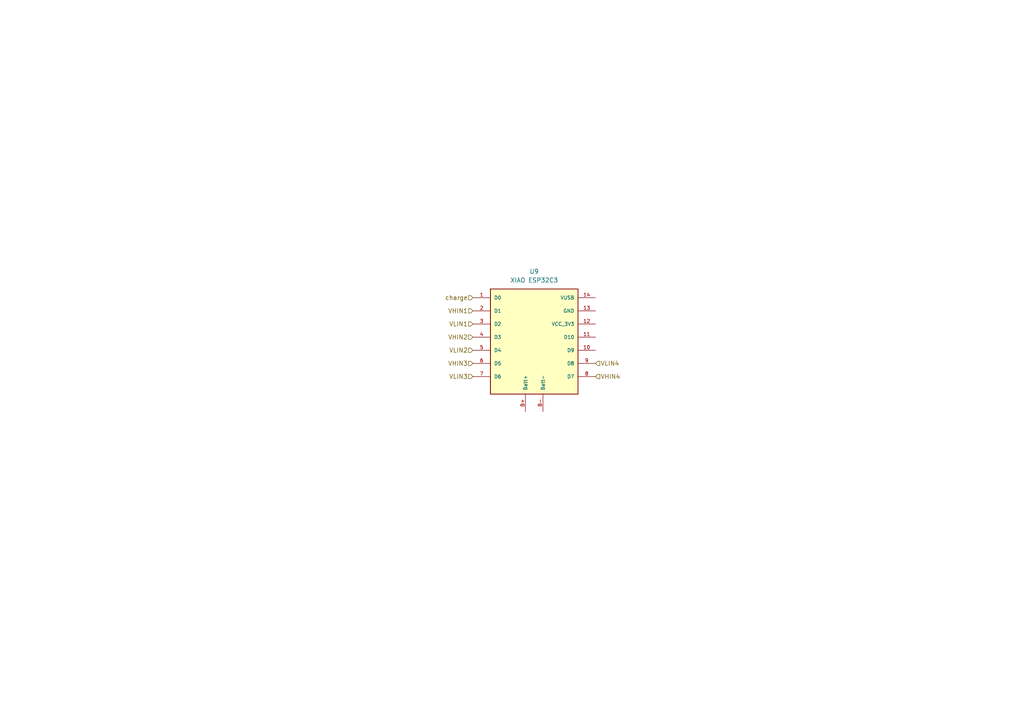
<source format=kicad_sch>
(kicad_sch
	(version 20231120)
	(generator "eeschema")
	(generator_version "8.0")
	(uuid "62f799d1-353a-4437-a4f3-c43eee53acb2")
	(paper "A4")
	(lib_symbols
		(symbol "xiao_esp32c3:XIAO ESP32C3"
			(pin_names
				(offset 1.016)
			)
			(exclude_from_sim no)
			(in_bom yes)
			(on_board yes)
			(property "Reference" "U"
				(at -12.7 16.002 0)
				(effects
					(font
						(size 1.27 1.27)
					)
					(justify left bottom)
				)
			)
			(property "Value" "XIAO ESP32C3"
				(at 7.62 -19.05 0)
				(effects
					(font
						(size 1.27 1.27)
					)
					(justify left bottom)
				)
			)
			(property "Footprint" "XIAO_ESP32C3:xiao_esp32c3"
				(at 1.27 21.59 0)
				(effects
					(font
						(size 1.27 1.27)
					)
					(justify bottom)
					(hide yes)
				)
			)
			(property "Datasheet" "https://files.seeedstudio.com/wiki/Seeed-Studio-XIAO-ESP32/esp32-c3_datasheet.pdf"
				(at 0 -31.75 0)
				(effects
					(font
						(size 1.27 1.27)
					)
					(hide yes)
				)
			)
			(property "Description" "ESP32C3 Transceiver Evaluation Board"
				(at 1.27 19.05 0)
				(effects
					(font
						(size 1.27 1.27)
					)
					(justify bottom)
					(hide yes)
				)
			)
			(property "MANUFACTURER" "Seeed Technology"
				(at 1.27 24.13 0)
				(effects
					(font
						(size 1.27 1.27)
					)
					(justify bottom)
					(hide yes)
				)
			)
			(property "ki_keywords" "ESP32 C3 XIAO"
				(at 0 0 0)
				(effects
					(font
						(size 1.27 1.27)
					)
					(hide yes)
				)
			)
			(symbol "XIAO ESP32C3_0_0"
				(rectangle
					(start -12.7 15.24)
					(end 12.7 -15.24)
					(stroke
						(width 0.254)
						(type default)
					)
					(fill
						(type background)
					)
				)
				(pin bidirectional line
					(at -17.78 12.7 0)
					(length 5.08)
					(name "D0"
						(effects
							(font
								(size 1.016 1.016)
							)
						)
					)
					(number "1"
						(effects
							(font
								(size 1.016 1.016)
							)
						)
					)
				)
				(pin bidirectional line
					(at 17.78 -2.54 180)
					(length 5.08)
					(name "D9"
						(effects
							(font
								(size 1.016 1.016)
							)
						)
					)
					(number "10"
						(effects
							(font
								(size 1.016 1.016)
							)
						)
					)
				)
				(pin bidirectional line
					(at 17.78 1.27 180)
					(length 5.08)
					(name "D10"
						(effects
							(font
								(size 1.016 1.016)
							)
						)
					)
					(number "11"
						(effects
							(font
								(size 1.016 1.016)
							)
						)
					)
				)
				(pin power_in line
					(at 17.78 5.08 180)
					(length 5.08)
					(name "VCC_3V3"
						(effects
							(font
								(size 1.016 1.016)
							)
						)
					)
					(number "12"
						(effects
							(font
								(size 1.016 1.016)
							)
						)
					)
				)
				(pin power_in line
					(at 17.78 8.89 180)
					(length 5.08)
					(name "GND"
						(effects
							(font
								(size 1.016 1.016)
							)
						)
					)
					(number "13"
						(effects
							(font
								(size 1.016 1.016)
							)
						)
					)
				)
				(pin power_in line
					(at 17.78 12.7 180)
					(length 5.08)
					(name "VUSB"
						(effects
							(font
								(size 1.016 1.016)
							)
						)
					)
					(number "14"
						(effects
							(font
								(size 1.016 1.016)
							)
						)
					)
				)
				(pin bidirectional line
					(at -17.78 8.89 0)
					(length 5.08)
					(name "D1"
						(effects
							(font
								(size 1.016 1.016)
							)
						)
					)
					(number "2"
						(effects
							(font
								(size 1.016 1.016)
							)
						)
					)
				)
				(pin bidirectional line
					(at -17.78 5.08 0)
					(length 5.08)
					(name "D2"
						(effects
							(font
								(size 1.016 1.016)
							)
						)
					)
					(number "3"
						(effects
							(font
								(size 1.016 1.016)
							)
						)
					)
				)
				(pin bidirectional line
					(at -17.78 1.27 0)
					(length 5.08)
					(name "D3"
						(effects
							(font
								(size 1.016 1.016)
							)
						)
					)
					(number "4"
						(effects
							(font
								(size 1.016 1.016)
							)
						)
					)
				)
				(pin bidirectional line
					(at -17.78 -2.54 0)
					(length 5.08)
					(name "D4"
						(effects
							(font
								(size 1.016 1.016)
							)
						)
					)
					(number "5"
						(effects
							(font
								(size 1.016 1.016)
							)
						)
					)
				)
				(pin bidirectional line
					(at -17.78 -6.35 0)
					(length 5.08)
					(name "D5"
						(effects
							(font
								(size 1.016 1.016)
							)
						)
					)
					(number "6"
						(effects
							(font
								(size 1.016 1.016)
							)
						)
					)
				)
				(pin bidirectional line
					(at 17.78 -6.35 180)
					(length 5.08)
					(name "D8"
						(effects
							(font
								(size 1.016 1.016)
							)
						)
					)
					(number "9"
						(effects
							(font
								(size 1.016 1.016)
							)
						)
					)
				)
			)
			(symbol "XIAO ESP32C3_1_0"
				(pin bidirectional line
					(at -17.78 -10.16 0)
					(length 5.08)
					(name "D6"
						(effects
							(font
								(size 1.016 1.016)
							)
						)
					)
					(number "7"
						(effects
							(font
								(size 1.016 1.016)
							)
						)
					)
				)
				(pin bidirectional line
					(at 17.78 -10.16 180)
					(length 5.08)
					(name "D7"
						(effects
							(font
								(size 1.016 1.016)
							)
						)
					)
					(number "8"
						(effects
							(font
								(size 1.016 1.016)
							)
						)
					)
				)
				(pin power_in line
					(at -2.54 -20.32 90)
					(length 5.08)
					(name "Batt+"
						(effects
							(font
								(size 1.016 1.016)
							)
						)
					)
					(number "B+"
						(effects
							(font
								(size 1.016 1.016)
							)
						)
					)
				)
				(pin power_in line
					(at 2.54 -20.32 90)
					(length 5.08)
					(name "Batt-"
						(effects
							(font
								(size 1.016 1.016)
							)
						)
					)
					(number "B-"
						(effects
							(font
								(size 1.016 1.016)
							)
						)
					)
				)
			)
		)
	)
	(hierarchical_label "VHIN3"
		(shape input)
		(at 137.16 105.41 180)
		(fields_autoplaced yes)
		(effects
			(font
				(size 1.27 1.27)
			)
			(justify right)
		)
		(uuid "0eacdee6-58f9-4ae2-b4bf-49ea1e508062")
	)
	(hierarchical_label "VLIN4"
		(shape input)
		(at 172.72 105.41 0)
		(fields_autoplaced yes)
		(effects
			(font
				(size 1.27 1.27)
			)
			(justify left)
		)
		(uuid "309c726c-2373-45bd-aa6a-f4fcbe66ebf3")
	)
	(hierarchical_label "VHIN4"
		(shape input)
		(at 172.72 109.22 0)
		(fields_autoplaced yes)
		(effects
			(font
				(size 1.27 1.27)
			)
			(justify left)
		)
		(uuid "515ef973-fdc2-416a-aab6-2a204cf3568c")
	)
	(hierarchical_label "VLIN2"
		(shape input)
		(at 137.16 101.6 180)
		(fields_autoplaced yes)
		(effects
			(font
				(size 1.27 1.27)
			)
			(justify right)
		)
		(uuid "65bd94e2-84a6-47ba-9fad-b5b1ee9255a4")
	)
	(hierarchical_label "VHIN2"
		(shape input)
		(at 137.16 97.79 180)
		(fields_autoplaced yes)
		(effects
			(font
				(size 1.27 1.27)
			)
			(justify right)
		)
		(uuid "c324281c-53f7-44c3-9a65-e63af52178e9")
	)
	(hierarchical_label "charge"
		(shape input)
		(at 137.16 86.36 180)
		(fields_autoplaced yes)
		(effects
			(font
				(size 1.27 1.27)
			)
			(justify right)
		)
		(uuid "c39ebb15-5eb7-4723-9f4c-2ec35defd6fe")
	)
	(hierarchical_label "VLIN3"
		(shape input)
		(at 137.16 109.22 180)
		(fields_autoplaced yes)
		(effects
			(font
				(size 1.27 1.27)
			)
			(justify right)
		)
		(uuid "c84c4026-8a55-4961-b0c6-eea8369ccf71")
	)
	(hierarchical_label "VLIN1"
		(shape input)
		(at 137.16 93.98 180)
		(fields_autoplaced yes)
		(effects
			(font
				(size 1.27 1.27)
			)
			(justify right)
		)
		(uuid "f08e0d29-dcfd-49aa-bda9-e6c54f66be7c")
	)
	(hierarchical_label "VHIN1"
		(shape input)
		(at 137.16 90.17 180)
		(fields_autoplaced yes)
		(effects
			(font
				(size 1.27 1.27)
			)
			(justify right)
		)
		(uuid "f6928997-6a23-4ade-8b60-cdcd9c9b4963")
	)
	(symbol
		(lib_id "xiao_esp32c3:XIAO ESP32C3")
		(at 154.94 99.06 0)
		(unit 1)
		(exclude_from_sim no)
		(in_bom yes)
		(on_board yes)
		(dnp no)
		(fields_autoplaced yes)
		(uuid "462a2fba-f6a0-4e6a-8f83-7cef23c0748a")
		(property "Reference" "U9"
			(at 154.94 78.74 0)
			(effects
				(font
					(size 1.27 1.27)
				)
			)
		)
		(property "Value" "XIAO ESP32C3"
			(at 154.94 81.28 0)
			(effects
				(font
					(size 1.27 1.27)
				)
			)
		)
		(property "Footprint" "xiao_esp32c3:xiao_esp32c3"
			(at 156.21 77.47 0)
			(effects
				(font
					(size 1.27 1.27)
				)
				(justify bottom)
				(hide yes)
			)
		)
		(property "Datasheet" "https://files.seeedstudio.com/wiki/Seeed-Studio-XIAO-ESP32/esp32-c3_datasheet.pdf"
			(at 154.94 130.81 0)
			(effects
				(font
					(size 1.27 1.27)
				)
				(hide yes)
			)
		)
		(property "Description" "ESP32C3 Transceiver Evaluation Board"
			(at 156.21 80.01 0)
			(effects
				(font
					(size 1.27 1.27)
				)
				(justify bottom)
				(hide yes)
			)
		)
		(property "MANUFACTURER" "Seeed Technology"
			(at 156.21 74.93 0)
			(effects
				(font
					(size 1.27 1.27)
				)
				(justify bottom)
				(hide yes)
			)
		)
		(pin "B-"
			(uuid "ad330744-9bd6-487c-8494-959e270cdcd8")
		)
		(pin "12"
			(uuid "c887e8b3-e3c4-4e03-b5ae-86c71da4c1b0")
		)
		(pin "3"
			(uuid "e9a43065-113e-41ea-904c-6b4c4d117bab")
		)
		(pin "B+"
			(uuid "80d23536-441a-4e66-ba7f-33f0fcf12b02")
		)
		(pin "4"
			(uuid "133720ac-27a2-450b-8291-ae98303be5a0")
		)
		(pin "5"
			(uuid "d267f518-2745-4b8c-b6bf-9c32e21622d4")
		)
		(pin "6"
			(uuid "40d333bd-4be6-49e1-ae69-5fd9465dd4b6")
		)
		(pin "9"
			(uuid "b07f6786-56aa-43a8-91bd-b4c271bab924")
		)
		(pin "8"
			(uuid "b558e365-9216-4bce-a563-8f295e0f89f4")
		)
		(pin "13"
			(uuid "efea7f2a-4930-4d18-b035-dd000b9b6e0f")
		)
		(pin "1"
			(uuid "3564b94b-a9bc-49cb-8ab4-f2503fae5c02")
		)
		(pin "2"
			(uuid "04a35750-7780-4a91-a421-7230355e7e49")
		)
		(pin "11"
			(uuid "dccb23ce-178c-4e2c-80e2-44e6c2c79dc1")
		)
		(pin "10"
			(uuid "57f2cee7-add6-4419-a542-822feb055207")
		)
		(pin "7"
			(uuid "95f2ef77-6a63-48de-969c-f3b1c20d48b6")
		)
		(pin "14"
			(uuid "181c45e4-e116-4eea-817b-e323b3a380ea")
		)
		(instances
			(project ""
				(path "/edf94242-0cdc-4580-8fae-fd56a0fef1a3/0852f18b-9429-4ecc-ac88-22aec84db514"
					(reference "U9")
					(unit 1)
				)
			)
		)
	)
)

</source>
